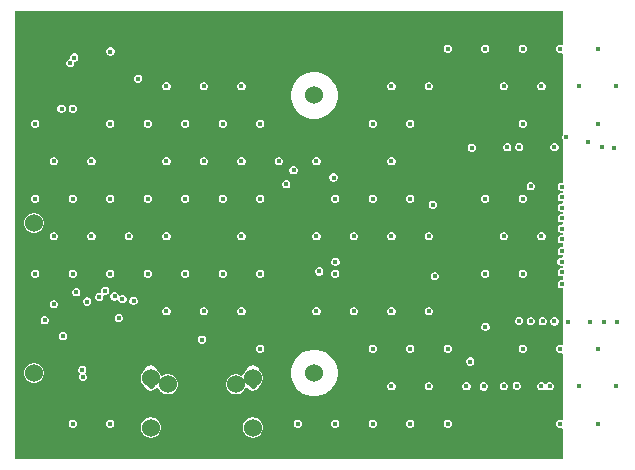
<source format=gbr>
%TF.GenerationSoftware,Altium Limited,Altium Designer,23.6.0 (18)*%
G04 Layer_Physical_Order=3*
G04 Layer_Color=8323857*
%FSLAX45Y45*%
%MOMM*%
%TF.SameCoordinates,DCE0C1D5-9975-4D98-BEBD-45AE40CD8FD9*%
%TF.FilePolarity,Positive*%
%TF.FileFunction,Copper,L3,Inr,Signal*%
%TF.Part,Single*%
G01*
G75*
%TA.AperFunction,ComponentPad*%
%ADD37C,1.52400*%
%TA.AperFunction,ViaPad*%
%ADD42C,0.45000*%
%TA.AperFunction,NonConductor*%
%ADD43C,0.60960*%
G36*
X7327900Y6073474D02*
X7315200Y6065340D01*
X7309502Y6067700D01*
X7295498D01*
X7282561Y6062341D01*
X7272659Y6052439D01*
X7267300Y6039502D01*
Y6025498D01*
X7272659Y6012561D01*
X7282561Y6002659D01*
X7295498Y5997300D01*
X7309502D01*
X7315200Y5999660D01*
X7327900Y5991526D01*
Y5307880D01*
X7324059Y5304039D01*
X7318700Y5291102D01*
Y5277098D01*
X7324059Y5264161D01*
X7327900Y5260320D01*
Y4914900D01*
Y4903107D01*
X7322202Y4899300D01*
X7308198D01*
X7295261Y4893941D01*
X7285359Y4884039D01*
X7280000Y4871102D01*
Y4857098D01*
X7285359Y4844161D01*
X7295261Y4834259D01*
X7308198Y4828900D01*
X7322202D01*
X7326657Y4825923D01*
Y4821255D01*
X7315190Y4810400D01*
X7308198D01*
X7295261Y4805041D01*
X7285359Y4795139D01*
X7280000Y4782202D01*
Y4768198D01*
X7285359Y4755261D01*
X7295261Y4745359D01*
X7308198Y4740000D01*
X7322202D01*
X7326657Y4737023D01*
Y4732355D01*
X7315190Y4721500D01*
X7308198D01*
X7295261Y4716141D01*
X7285359Y4706239D01*
X7280000Y4693302D01*
Y4679298D01*
X7285359Y4666361D01*
X7295261Y4656459D01*
X7308198Y4651100D01*
X7322202D01*
X7326657Y4648123D01*
Y4643455D01*
X7315190Y4632600D01*
X7308198D01*
X7295261Y4627241D01*
X7285359Y4617339D01*
X7280000Y4604402D01*
Y4590398D01*
X7285359Y4577461D01*
X7295261Y4567559D01*
X7308198Y4562200D01*
X7322202D01*
X7326657Y4559223D01*
Y4554555D01*
X7315190Y4543700D01*
X7308198D01*
X7295261Y4538341D01*
X7285359Y4528439D01*
X7280000Y4515502D01*
Y4501498D01*
X7285359Y4488561D01*
X7295261Y4478659D01*
X7308198Y4473300D01*
X7322202D01*
X7326657Y4470323D01*
Y4465655D01*
X7315190Y4454800D01*
X7308198D01*
X7295261Y4449441D01*
X7285359Y4439539D01*
X7280000Y4426602D01*
Y4412598D01*
X7285359Y4399661D01*
X7295261Y4389759D01*
X7308198Y4384400D01*
X7322202D01*
X7327900Y4380593D01*
Y4357007D01*
X7322202Y4353200D01*
X7308198D01*
X7295261Y4347841D01*
X7285359Y4337939D01*
X7280000Y4325002D01*
Y4310998D01*
X7285359Y4298061D01*
X7295261Y4288159D01*
X7308198Y4282800D01*
X7322202D01*
X7325792Y4280401D01*
Y4275204D01*
X7314356Y4264396D01*
X7307219D01*
X7294282Y4259037D01*
X7284380Y4249135D01*
X7279021Y4236198D01*
Y4222194D01*
X7284380Y4209257D01*
X7294282Y4199355D01*
X7307219Y4193996D01*
X7321223D01*
X7326013Y4190795D01*
Y4186521D01*
X7314368Y4175400D01*
X7308198D01*
X7295261Y4170041D01*
X7285359Y4160139D01*
X7280000Y4147202D01*
Y4133198D01*
X7285359Y4120261D01*
X7295261Y4110359D01*
X7308198Y4105000D01*
X7322202D01*
X7327900Y4101193D01*
Y4077607D01*
X7322202Y4073800D01*
X7308198D01*
X7295261Y4068441D01*
X7285359Y4058539D01*
X7280000Y4045602D01*
Y4031598D01*
X7285359Y4018661D01*
X7295261Y4008759D01*
X7308198Y4003400D01*
X7322202D01*
X7327900Y3999593D01*
Y3533474D01*
X7315200Y3525340D01*
X7309502Y3527700D01*
X7295498D01*
X7282561Y3522341D01*
X7272659Y3512439D01*
X7267300Y3499502D01*
Y3485498D01*
X7272659Y3472561D01*
X7282561Y3462659D01*
X7295498Y3457300D01*
X7309502D01*
X7315200Y3459660D01*
X7327900Y3451526D01*
Y2898474D01*
X7315200Y2890340D01*
X7309502Y2892700D01*
X7295498D01*
X7282561Y2887341D01*
X7272659Y2877439D01*
X7267300Y2864502D01*
Y2850498D01*
X7272659Y2837561D01*
X7282561Y2827659D01*
X7295498Y2822300D01*
X7309502D01*
X7315200Y2824660D01*
X7327900Y2816526D01*
Y2560391D01*
X2687391D01*
Y6355009D01*
X7327900D01*
Y6073474D01*
D02*
G37*
%LPC*%
G36*
X6992002Y6067700D02*
X6977998D01*
X6965061Y6062341D01*
X6955159Y6052439D01*
X6949800Y6039502D01*
Y6025498D01*
X6955159Y6012561D01*
X6965061Y6002659D01*
X6977998Y5997300D01*
X6992002D01*
X7004939Y6002659D01*
X7014841Y6012561D01*
X7020200Y6025498D01*
Y6039502D01*
X7014841Y6052439D01*
X7004939Y6062341D01*
X6992002Y6067700D01*
D02*
G37*
G36*
X6674502D02*
X6660498D01*
X6647561Y6062341D01*
X6637659Y6052439D01*
X6632300Y6039502D01*
Y6025498D01*
X6637659Y6012561D01*
X6647561Y6002659D01*
X6660498Y5997300D01*
X6674502D01*
X6687439Y6002659D01*
X6697341Y6012561D01*
X6702700Y6025498D01*
Y6039502D01*
X6697341Y6052439D01*
X6687439Y6062341D01*
X6674502Y6067700D01*
D02*
G37*
G36*
X6357002D02*
X6342998D01*
X6330061Y6062341D01*
X6320159Y6052439D01*
X6314800Y6039502D01*
Y6025498D01*
X6320159Y6012561D01*
X6330061Y6002659D01*
X6342998Y5997300D01*
X6357002D01*
X6369939Y6002659D01*
X6379841Y6012561D01*
X6385200Y6025498D01*
Y6039502D01*
X6379841Y6052439D01*
X6369939Y6062341D01*
X6357002Y6067700D01*
D02*
G37*
G36*
X3501132Y6043210D02*
X3487128D01*
X3474191Y6037851D01*
X3464289Y6027949D01*
X3458930Y6015012D01*
Y6001008D01*
X3464289Y5988071D01*
X3474191Y5978169D01*
X3487128Y5972810D01*
X3501132D01*
X3514069Y5978169D01*
X3523971Y5988071D01*
X3529330Y6001008D01*
Y6015012D01*
X3523971Y6027949D01*
X3514069Y6037851D01*
X3501132Y6043210D01*
D02*
G37*
G36*
X3194702Y5991971D02*
X3180698D01*
X3167761Y5986612D01*
X3157859Y5976710D01*
X3152500Y5963773D01*
Y5949770D01*
X3149728Y5945621D01*
X3146334D01*
X3133397Y5940262D01*
X3123495Y5930360D01*
X3118136Y5917423D01*
Y5903419D01*
X3123495Y5890482D01*
X3133397Y5880580D01*
X3146334Y5875221D01*
X3160337D01*
X3173275Y5880580D01*
X3183177Y5890482D01*
X3188535Y5903419D01*
Y5917422D01*
X3191308Y5921572D01*
X3194702D01*
X3207639Y5926930D01*
X3217541Y5936832D01*
X3222900Y5949770D01*
Y5963773D01*
X3217541Y5976710D01*
X3207639Y5986612D01*
X3194702Y5991971D01*
D02*
G37*
G36*
X3735722Y5813700D02*
X3721718D01*
X3708781Y5808341D01*
X3698879Y5798439D01*
X3693520Y5785502D01*
Y5771498D01*
X3698879Y5758561D01*
X3708781Y5748659D01*
X3721718Y5743300D01*
X3735722D01*
X3748659Y5748659D01*
X3758561Y5758561D01*
X3763920Y5771498D01*
Y5785502D01*
X3758561Y5798439D01*
X3748659Y5808341D01*
X3735722Y5813700D01*
D02*
G37*
G36*
X7150752Y5750200D02*
X7136748D01*
X7123811Y5744841D01*
X7113909Y5734939D01*
X7108550Y5722002D01*
Y5707998D01*
X7113909Y5695061D01*
X7123811Y5685159D01*
X7136748Y5679800D01*
X7150752D01*
X7163689Y5685159D01*
X7173591Y5695061D01*
X7178950Y5707998D01*
Y5722002D01*
X7173591Y5734939D01*
X7163689Y5744841D01*
X7150752Y5750200D01*
D02*
G37*
G36*
X6833252D02*
X6819248D01*
X6806311Y5744841D01*
X6796409Y5734939D01*
X6791050Y5722002D01*
Y5707998D01*
X6796409Y5695061D01*
X6806311Y5685159D01*
X6819248Y5679800D01*
X6833252D01*
X6846189Y5685159D01*
X6856091Y5695061D01*
X6861450Y5707998D01*
Y5722002D01*
X6856091Y5734939D01*
X6846189Y5744841D01*
X6833252Y5750200D01*
D02*
G37*
G36*
X6198252D02*
X6184248D01*
X6171311Y5744841D01*
X6161409Y5734939D01*
X6156050Y5722002D01*
Y5707998D01*
X6161409Y5695061D01*
X6171311Y5685159D01*
X6184248Y5679800D01*
X6198252D01*
X6211189Y5685159D01*
X6221091Y5695061D01*
X6226450Y5707998D01*
Y5722002D01*
X6221091Y5734939D01*
X6211189Y5744841D01*
X6198252Y5750200D01*
D02*
G37*
G36*
X5880752D02*
X5866748D01*
X5853811Y5744841D01*
X5843909Y5734939D01*
X5838550Y5722002D01*
Y5707998D01*
X5843909Y5695061D01*
X5853811Y5685159D01*
X5866748Y5679800D01*
X5880752D01*
X5893689Y5685159D01*
X5903591Y5695061D01*
X5908950Y5707998D01*
Y5722002D01*
X5903591Y5734939D01*
X5893689Y5744841D01*
X5880752Y5750200D01*
D02*
G37*
G36*
X4610752D02*
X4596748D01*
X4583811Y5744841D01*
X4573909Y5734939D01*
X4568550Y5722002D01*
Y5707998D01*
X4573909Y5695061D01*
X4583811Y5685159D01*
X4596748Y5679800D01*
X4610752D01*
X4623689Y5685159D01*
X4633591Y5695061D01*
X4638950Y5707998D01*
Y5722002D01*
X4633591Y5734939D01*
X4623689Y5744841D01*
X4610752Y5750200D01*
D02*
G37*
G36*
X4293252D02*
X4279248D01*
X4266311Y5744841D01*
X4256409Y5734939D01*
X4251050Y5722002D01*
Y5707998D01*
X4256409Y5695061D01*
X4266311Y5685159D01*
X4279248Y5679800D01*
X4293252D01*
X4306189Y5685159D01*
X4316091Y5695061D01*
X4321450Y5707998D01*
Y5722002D01*
X4316091Y5734939D01*
X4306189Y5744841D01*
X4293252Y5750200D01*
D02*
G37*
G36*
X3975752D02*
X3961748D01*
X3948811Y5744841D01*
X3938909Y5734939D01*
X3933550Y5722002D01*
Y5707998D01*
X3938909Y5695061D01*
X3948811Y5685159D01*
X3961748Y5679800D01*
X3975752D01*
X3988689Y5685159D01*
X3998591Y5695061D01*
X4003950Y5707998D01*
Y5722002D01*
X3998591Y5734939D01*
X3988689Y5744841D01*
X3975752Y5750200D01*
D02*
G37*
G36*
X3182002Y5559700D02*
X3167998D01*
X3155061Y5554341D01*
X3145159Y5544439D01*
X3139800Y5531502D01*
Y5517498D01*
X3145159Y5504561D01*
X3155061Y5494659D01*
X3167998Y5489300D01*
X3182002D01*
X3194939Y5494659D01*
X3204841Y5504561D01*
X3210200Y5517498D01*
Y5531502D01*
X3204841Y5544439D01*
X3194939Y5554341D01*
X3182002Y5559700D01*
D02*
G37*
G36*
X3088022D02*
X3074018D01*
X3061081Y5554341D01*
X3051179Y5544439D01*
X3045820Y5531502D01*
Y5517498D01*
X3051179Y5504561D01*
X3061081Y5494659D01*
X3074018Y5489300D01*
X3088022D01*
X3100959Y5494659D01*
X3110861Y5504561D01*
X3116220Y5517498D01*
Y5531502D01*
X3110861Y5544439D01*
X3100959Y5554341D01*
X3088022Y5559700D01*
D02*
G37*
G36*
X5239174Y5833980D02*
X5200226D01*
X5162027Y5826382D01*
X5126045Y5811477D01*
X5093661Y5789839D01*
X5066121Y5762299D01*
X5044483Y5729915D01*
X5029578Y5693933D01*
X5021980Y5655734D01*
Y5616786D01*
X5029578Y5578587D01*
X5044483Y5542605D01*
X5066121Y5510221D01*
X5093661Y5482681D01*
X5126045Y5461043D01*
X5162027Y5446138D01*
X5200226Y5438540D01*
X5239174D01*
X5277373Y5446138D01*
X5313355Y5461043D01*
X5345739Y5482681D01*
X5373279Y5510221D01*
X5394917Y5542605D01*
X5409822Y5578587D01*
X5417420Y5616786D01*
Y5655734D01*
X5409822Y5693933D01*
X5394917Y5729915D01*
X5373279Y5762299D01*
X5345739Y5789839D01*
X5313355Y5811477D01*
X5277373Y5826382D01*
X5239174Y5833980D01*
D02*
G37*
G36*
X6992002Y5432700D02*
X6977998D01*
X6965061Y5427341D01*
X6955159Y5417439D01*
X6949800Y5404502D01*
Y5390498D01*
X6955159Y5377561D01*
X6965061Y5367659D01*
X6977998Y5362300D01*
X6992002D01*
X7004939Y5367659D01*
X7014841Y5377561D01*
X7020200Y5390498D01*
Y5404502D01*
X7014841Y5417439D01*
X7004939Y5427341D01*
X6992002Y5432700D01*
D02*
G37*
G36*
X6039502D02*
X6025498D01*
X6012561Y5427341D01*
X6002659Y5417439D01*
X5997300Y5404502D01*
Y5390498D01*
X6002659Y5377561D01*
X6012561Y5367659D01*
X6025498Y5362300D01*
X6039502D01*
X6052439Y5367659D01*
X6062341Y5377561D01*
X6067700Y5390498D01*
Y5404502D01*
X6062341Y5417439D01*
X6052439Y5427341D01*
X6039502Y5432700D01*
D02*
G37*
G36*
X5722002D02*
X5707998D01*
X5695061Y5427341D01*
X5685159Y5417439D01*
X5679800Y5404502D01*
Y5390498D01*
X5685159Y5377561D01*
X5695061Y5367659D01*
X5707998Y5362300D01*
X5722002D01*
X5734939Y5367659D01*
X5744841Y5377561D01*
X5750200Y5390498D01*
Y5404502D01*
X5744841Y5417439D01*
X5734939Y5427341D01*
X5722002Y5432700D01*
D02*
G37*
G36*
X4769502D02*
X4755498D01*
X4742561Y5427341D01*
X4732659Y5417439D01*
X4727300Y5404502D01*
Y5390498D01*
X4732659Y5377561D01*
X4742561Y5367659D01*
X4755498Y5362300D01*
X4769502D01*
X4782439Y5367659D01*
X4792341Y5377561D01*
X4797700Y5390498D01*
Y5404502D01*
X4792341Y5417439D01*
X4782439Y5427341D01*
X4769502Y5432700D01*
D02*
G37*
G36*
X4452002D02*
X4437998D01*
X4425061Y5427341D01*
X4415159Y5417439D01*
X4409800Y5404502D01*
Y5390498D01*
X4415159Y5377561D01*
X4425061Y5367659D01*
X4437998Y5362300D01*
X4452002D01*
X4464939Y5367659D01*
X4474841Y5377561D01*
X4480200Y5390498D01*
Y5404502D01*
X4474841Y5417439D01*
X4464939Y5427341D01*
X4452002Y5432700D01*
D02*
G37*
G36*
X4134502D02*
X4120498D01*
X4107561Y5427341D01*
X4097659Y5417439D01*
X4092300Y5404502D01*
Y5390498D01*
X4097659Y5377561D01*
X4107561Y5367659D01*
X4120498Y5362300D01*
X4134502D01*
X4147439Y5367659D01*
X4157341Y5377561D01*
X4162700Y5390498D01*
Y5404502D01*
X4157341Y5417439D01*
X4147439Y5427341D01*
X4134502Y5432700D01*
D02*
G37*
G36*
X3817002D02*
X3802998D01*
X3790061Y5427341D01*
X3780159Y5417439D01*
X3774800Y5404502D01*
Y5390498D01*
X3780159Y5377561D01*
X3790061Y5367659D01*
X3802998Y5362300D01*
X3817002D01*
X3829939Y5367659D01*
X3839841Y5377561D01*
X3845200Y5390498D01*
Y5404502D01*
X3839841Y5417439D01*
X3829939Y5427341D01*
X3817002Y5432700D01*
D02*
G37*
G36*
X3499502D02*
X3485498D01*
X3472561Y5427341D01*
X3462659Y5417439D01*
X3457300Y5404502D01*
Y5390498D01*
X3462659Y5377561D01*
X3472561Y5367659D01*
X3485498Y5362300D01*
X3499502D01*
X3512439Y5367659D01*
X3522341Y5377561D01*
X3527700Y5390498D01*
Y5404502D01*
X3522341Y5417439D01*
X3512439Y5427341D01*
X3499502Y5432700D01*
D02*
G37*
G36*
X2864502D02*
X2850498D01*
X2837561Y5427341D01*
X2827659Y5417439D01*
X2822300Y5404502D01*
Y5390498D01*
X2827659Y5377561D01*
X2837561Y5367659D01*
X2850498Y5362300D01*
X2864502D01*
X2877439Y5367659D01*
X2887341Y5377561D01*
X2892700Y5390498D01*
Y5404502D01*
X2887341Y5417439D01*
X2877439Y5427341D01*
X2864502Y5432700D01*
D02*
G37*
G36*
X6960902Y5235200D02*
X6946898D01*
X6933961Y5229841D01*
X6924059Y5219939D01*
X6918700Y5207002D01*
Y5192998D01*
X6924059Y5180061D01*
X6933961Y5170159D01*
X6946898Y5164800D01*
X6960902D01*
X6973839Y5170159D01*
X6983741Y5180061D01*
X6989100Y5192998D01*
Y5207002D01*
X6983741Y5219939D01*
X6973839Y5229841D01*
X6960902Y5235200D01*
D02*
G37*
G36*
X7260902Y5234800D02*
X7246898D01*
X7233961Y5229441D01*
X7224059Y5219539D01*
X7218700Y5206602D01*
Y5192598D01*
X7224059Y5179661D01*
X7233961Y5169759D01*
X7246898Y5164400D01*
X7260902D01*
X7273839Y5169759D01*
X7283741Y5179661D01*
X7289100Y5192598D01*
Y5206602D01*
X7283741Y5219539D01*
X7273839Y5229441D01*
X7260902Y5234800D01*
D02*
G37*
G36*
X6860902Y5233600D02*
X6846898D01*
X6833961Y5228241D01*
X6824059Y5218339D01*
X6818700Y5205402D01*
Y5191398D01*
X6824059Y5178461D01*
X6833961Y5168559D01*
X6846898Y5163200D01*
X6860902D01*
X6873839Y5168559D01*
X6883741Y5178461D01*
X6889100Y5191398D01*
Y5205402D01*
X6883741Y5218339D01*
X6873839Y5228241D01*
X6860902Y5233600D01*
D02*
G37*
G36*
X6560902Y5228800D02*
X6546898D01*
X6533961Y5223441D01*
X6524059Y5213539D01*
X6518700Y5200602D01*
Y5186598D01*
X6524059Y5173661D01*
X6533961Y5163759D01*
X6546898Y5158400D01*
X6560902D01*
X6573839Y5163759D01*
X6583741Y5173661D01*
X6589100Y5186598D01*
Y5200602D01*
X6583741Y5213539D01*
X6573839Y5223441D01*
X6560902Y5228800D01*
D02*
G37*
G36*
X5880752Y5115200D02*
X5866748D01*
X5853811Y5109841D01*
X5843909Y5099939D01*
X5838550Y5087002D01*
Y5072998D01*
X5843909Y5060061D01*
X5853811Y5050159D01*
X5866748Y5044800D01*
X5880752D01*
X5893689Y5050159D01*
X5903591Y5060061D01*
X5908950Y5072998D01*
Y5087002D01*
X5903591Y5099939D01*
X5893689Y5109841D01*
X5880752Y5115200D01*
D02*
G37*
G36*
X5245752D02*
X5231748D01*
X5218811Y5109841D01*
X5208909Y5099939D01*
X5203550Y5087002D01*
Y5072998D01*
X5208909Y5060061D01*
X5218811Y5050159D01*
X5231748Y5044800D01*
X5245752D01*
X5258689Y5050159D01*
X5268591Y5060061D01*
X5273950Y5072998D01*
Y5087002D01*
X5268591Y5099939D01*
X5258689Y5109841D01*
X5245752Y5115200D01*
D02*
G37*
G36*
X4928252D02*
X4914248D01*
X4901311Y5109841D01*
X4891409Y5099939D01*
X4886050Y5087002D01*
Y5072998D01*
X4891409Y5060061D01*
X4901311Y5050159D01*
X4914248Y5044800D01*
X4928252D01*
X4941189Y5050159D01*
X4951091Y5060061D01*
X4956450Y5072998D01*
Y5087002D01*
X4951091Y5099939D01*
X4941189Y5109841D01*
X4928252Y5115200D01*
D02*
G37*
G36*
X4610752D02*
X4596748D01*
X4583811Y5109841D01*
X4573909Y5099939D01*
X4568550Y5087002D01*
Y5072998D01*
X4573909Y5060061D01*
X4583811Y5050159D01*
X4596748Y5044800D01*
X4610752D01*
X4623689Y5050159D01*
X4633591Y5060061D01*
X4638950Y5072998D01*
Y5087002D01*
X4633591Y5099939D01*
X4623689Y5109841D01*
X4610752Y5115200D01*
D02*
G37*
G36*
X4293252D02*
X4279248D01*
X4266311Y5109841D01*
X4256409Y5099939D01*
X4251050Y5087002D01*
Y5072998D01*
X4256409Y5060061D01*
X4266311Y5050159D01*
X4279248Y5044800D01*
X4293252D01*
X4306189Y5050159D01*
X4316091Y5060061D01*
X4321450Y5072998D01*
Y5087002D01*
X4316091Y5099939D01*
X4306189Y5109841D01*
X4293252Y5115200D01*
D02*
G37*
G36*
X3975752D02*
X3961748D01*
X3948811Y5109841D01*
X3938909Y5099939D01*
X3933550Y5087002D01*
Y5072998D01*
X3938909Y5060061D01*
X3948811Y5050159D01*
X3961748Y5044800D01*
X3975752D01*
X3988689Y5050159D01*
X3998591Y5060061D01*
X4003950Y5072998D01*
Y5087002D01*
X3998591Y5099939D01*
X3988689Y5109841D01*
X3975752Y5115200D01*
D02*
G37*
G36*
X3340752D02*
X3326748D01*
X3313811Y5109841D01*
X3303909Y5099939D01*
X3298550Y5087002D01*
Y5072998D01*
X3303909Y5060061D01*
X3313811Y5050159D01*
X3326748Y5044800D01*
X3340752D01*
X3353689Y5050159D01*
X3363591Y5060061D01*
X3368950Y5072998D01*
Y5087002D01*
X3363591Y5099939D01*
X3353689Y5109841D01*
X3340752Y5115200D01*
D02*
G37*
G36*
X3023252D02*
X3009248D01*
X2996311Y5109841D01*
X2986409Y5099939D01*
X2981050Y5087002D01*
Y5072998D01*
X2986409Y5060061D01*
X2996311Y5050159D01*
X3009248Y5044800D01*
X3023252D01*
X3036189Y5050159D01*
X3046091Y5060061D01*
X3051450Y5072998D01*
Y5087002D01*
X3046091Y5099939D01*
X3036189Y5109841D01*
X3023252Y5115200D01*
D02*
G37*
G36*
X5051442Y5037860D02*
X5037438D01*
X5024501Y5032501D01*
X5014599Y5022599D01*
X5009240Y5009662D01*
Y4995658D01*
X5014599Y4982721D01*
X5024501Y4972819D01*
X5037438Y4967460D01*
X5051442D01*
X5064379Y4972819D01*
X5074281Y4982721D01*
X5079640Y4995658D01*
Y5009662D01*
X5074281Y5022599D01*
X5064379Y5032501D01*
X5051442Y5037860D01*
D02*
G37*
G36*
X5390302Y4977000D02*
X5376298D01*
X5363361Y4971641D01*
X5353459Y4961739D01*
X5348100Y4948802D01*
Y4934798D01*
X5353459Y4921861D01*
X5363361Y4911959D01*
X5376298Y4906600D01*
X5390302D01*
X5403239Y4911959D01*
X5413141Y4921861D01*
X5418500Y4934798D01*
Y4948802D01*
X5413141Y4961739D01*
X5403239Y4971641D01*
X5390302Y4977000D01*
D02*
G37*
G36*
X4990482Y4919620D02*
X4976478D01*
X4963541Y4914261D01*
X4953639Y4904359D01*
X4948280Y4891422D01*
Y4877418D01*
X4953639Y4864481D01*
X4963541Y4854579D01*
X4976478Y4849220D01*
X4990482D01*
X5003419Y4854579D01*
X5013321Y4864481D01*
X5018680Y4877418D01*
Y4891422D01*
X5013321Y4904359D01*
X5003419Y4914261D01*
X4990482Y4919620D01*
D02*
G37*
G36*
X7060582Y4902390D02*
X7046578D01*
X7033641Y4897031D01*
X7023739Y4887129D01*
X7018380Y4874192D01*
Y4860188D01*
X7023739Y4847251D01*
X7033641Y4837349D01*
X7046578Y4831990D01*
X7060582D01*
X7073519Y4837349D01*
X7083421Y4847251D01*
X7088780Y4860188D01*
Y4874192D01*
X7083421Y4887129D01*
X7073519Y4897031D01*
X7060582Y4902390D01*
D02*
G37*
G36*
X6992002Y4797700D02*
X6977998D01*
X6965061Y4792341D01*
X6955159Y4782439D01*
X6949800Y4769502D01*
Y4755498D01*
X6955159Y4742561D01*
X6965061Y4732659D01*
X6977998Y4727300D01*
X6992002D01*
X7004939Y4732659D01*
X7014841Y4742561D01*
X7020200Y4755498D01*
Y4769502D01*
X7014841Y4782439D01*
X7004939Y4792341D01*
X6992002Y4797700D01*
D02*
G37*
G36*
X6674502D02*
X6660498D01*
X6647561Y4792341D01*
X6637659Y4782439D01*
X6632300Y4769502D01*
Y4755498D01*
X6637659Y4742561D01*
X6647561Y4732659D01*
X6660498Y4727300D01*
X6674502D01*
X6687439Y4732659D01*
X6697341Y4742561D01*
X6702700Y4755498D01*
Y4769502D01*
X6697341Y4782439D01*
X6687439Y4792341D01*
X6674502Y4797700D01*
D02*
G37*
G36*
X6039502D02*
X6025498D01*
X6012561Y4792341D01*
X6002659Y4782439D01*
X5997300Y4769502D01*
Y4755498D01*
X6002659Y4742561D01*
X6012561Y4732659D01*
X6025498Y4727300D01*
X6039502D01*
X6052439Y4732659D01*
X6062341Y4742561D01*
X6067700Y4755498D01*
Y4769502D01*
X6062341Y4782439D01*
X6052439Y4792341D01*
X6039502Y4797700D01*
D02*
G37*
G36*
X5722002D02*
X5707998D01*
X5695061Y4792341D01*
X5685159Y4782439D01*
X5679800Y4769502D01*
Y4755498D01*
X5685159Y4742561D01*
X5695061Y4732659D01*
X5707998Y4727300D01*
X5722002D01*
X5734939Y4732659D01*
X5744841Y4742561D01*
X5750200Y4755498D01*
Y4769502D01*
X5744841Y4782439D01*
X5734939Y4792341D01*
X5722002Y4797700D01*
D02*
G37*
G36*
X5404502D02*
X5390498D01*
X5377561Y4792341D01*
X5367659Y4782439D01*
X5362300Y4769502D01*
Y4755498D01*
X5367659Y4742561D01*
X5377561Y4732659D01*
X5390498Y4727300D01*
X5404502D01*
X5417439Y4732659D01*
X5427341Y4742561D01*
X5432700Y4755498D01*
Y4769502D01*
X5427341Y4782439D01*
X5417439Y4792341D01*
X5404502Y4797700D01*
D02*
G37*
G36*
X4769502D02*
X4755498D01*
X4742561Y4792341D01*
X4732659Y4782439D01*
X4727300Y4769502D01*
Y4755498D01*
X4732659Y4742561D01*
X4742561Y4732659D01*
X4755498Y4727300D01*
X4769502D01*
X4782439Y4732659D01*
X4792341Y4742561D01*
X4797700Y4755498D01*
Y4769502D01*
X4792341Y4782439D01*
X4782439Y4792341D01*
X4769502Y4797700D01*
D02*
G37*
G36*
X4452002D02*
X4437998D01*
X4425061Y4792341D01*
X4415159Y4782439D01*
X4409800Y4769502D01*
Y4755498D01*
X4415159Y4742561D01*
X4425061Y4732659D01*
X4437998Y4727300D01*
X4452002D01*
X4464939Y4732659D01*
X4474841Y4742561D01*
X4480200Y4755498D01*
Y4769502D01*
X4474841Y4782439D01*
X4464939Y4792341D01*
X4452002Y4797700D01*
D02*
G37*
G36*
X4134502D02*
X4120498D01*
X4107561Y4792341D01*
X4097659Y4782439D01*
X4092300Y4769502D01*
Y4755498D01*
X4097659Y4742561D01*
X4107561Y4732659D01*
X4120498Y4727300D01*
X4134502D01*
X4147439Y4732659D01*
X4157341Y4742561D01*
X4162700Y4755498D01*
Y4769502D01*
X4157341Y4782439D01*
X4147439Y4792341D01*
X4134502Y4797700D01*
D02*
G37*
G36*
X3817002D02*
X3802998D01*
X3790061Y4792341D01*
X3780159Y4782439D01*
X3774800Y4769502D01*
Y4755498D01*
X3780159Y4742561D01*
X3790061Y4732659D01*
X3802998Y4727300D01*
X3817002D01*
X3829939Y4732659D01*
X3839841Y4742561D01*
X3845200Y4755498D01*
Y4769502D01*
X3839841Y4782439D01*
X3829939Y4792341D01*
X3817002Y4797700D01*
D02*
G37*
G36*
X3499502D02*
X3485498D01*
X3472561Y4792341D01*
X3462659Y4782439D01*
X3457300Y4769502D01*
Y4755498D01*
X3462659Y4742561D01*
X3472561Y4732659D01*
X3485498Y4727300D01*
X3499502D01*
X3512439Y4732659D01*
X3522341Y4742561D01*
X3527700Y4755498D01*
Y4769502D01*
X3522341Y4782439D01*
X3512439Y4792341D01*
X3499502Y4797700D01*
D02*
G37*
G36*
X3182002D02*
X3167998D01*
X3155061Y4792341D01*
X3145159Y4782439D01*
X3139800Y4769502D01*
Y4755498D01*
X3145159Y4742561D01*
X3155061Y4732659D01*
X3167998Y4727300D01*
X3182002D01*
X3194939Y4732659D01*
X3204841Y4742561D01*
X3210200Y4755498D01*
Y4769502D01*
X3204841Y4782439D01*
X3194939Y4792341D01*
X3182002Y4797700D01*
D02*
G37*
G36*
X2864502D02*
X2850498D01*
X2837561Y4792341D01*
X2827659Y4782439D01*
X2822300Y4769502D01*
Y4755498D01*
X2827659Y4742561D01*
X2837561Y4732659D01*
X2850498Y4727300D01*
X2864502D01*
X2877439Y4732659D01*
X2887341Y4742561D01*
X2892700Y4755498D01*
Y4769502D01*
X2887341Y4782439D01*
X2877439Y4792341D01*
X2864502Y4797700D01*
D02*
G37*
G36*
X6230002Y4746900D02*
X6215998D01*
X6203061Y4741541D01*
X6193159Y4731639D01*
X6187800Y4718702D01*
Y4704698D01*
X6193159Y4691761D01*
X6203061Y4681859D01*
X6215998Y4676500D01*
X6230002D01*
X6242939Y4681859D01*
X6252841Y4691761D01*
X6258200Y4704698D01*
Y4718702D01*
X6252841Y4731639D01*
X6242939Y4741541D01*
X6230002Y4746900D01*
D02*
G37*
G36*
X2858542Y4641850D02*
X2836138D01*
X2814497Y4636051D01*
X2795093Y4624849D01*
X2779251Y4609007D01*
X2768049Y4589603D01*
X2762250Y4567962D01*
Y4545558D01*
X2768049Y4523917D01*
X2779251Y4504513D01*
X2795093Y4488671D01*
X2814497Y4477469D01*
X2836138Y4471670D01*
X2858542D01*
X2880183Y4477469D01*
X2899587Y4488671D01*
X2915429Y4504513D01*
X2926631Y4523917D01*
X2932430Y4545558D01*
Y4567962D01*
X2926631Y4589603D01*
X2915429Y4609007D01*
X2899587Y4624849D01*
X2880183Y4636051D01*
X2858542Y4641850D01*
D02*
G37*
G36*
X7150752Y4480200D02*
X7136748D01*
X7123811Y4474841D01*
X7113909Y4464939D01*
X7108550Y4452002D01*
Y4437998D01*
X7113909Y4425061D01*
X7123811Y4415159D01*
X7136748Y4409800D01*
X7150752D01*
X7163689Y4415159D01*
X7173591Y4425061D01*
X7178950Y4437998D01*
Y4452002D01*
X7173591Y4464939D01*
X7163689Y4474841D01*
X7150752Y4480200D01*
D02*
G37*
G36*
X6833252D02*
X6819248D01*
X6806311Y4474841D01*
X6796409Y4464939D01*
X6791050Y4452002D01*
Y4437998D01*
X6796409Y4425061D01*
X6806311Y4415159D01*
X6819248Y4409800D01*
X6833252D01*
X6846189Y4415159D01*
X6856091Y4425061D01*
X6861450Y4437998D01*
Y4452002D01*
X6856091Y4464939D01*
X6846189Y4474841D01*
X6833252Y4480200D01*
D02*
G37*
G36*
X6198252D02*
X6184248D01*
X6171311Y4474841D01*
X6161409Y4464939D01*
X6156050Y4452002D01*
Y4437998D01*
X6161409Y4425061D01*
X6171311Y4415159D01*
X6184248Y4409800D01*
X6198252D01*
X6211189Y4415159D01*
X6221091Y4425061D01*
X6226450Y4437998D01*
Y4452002D01*
X6221091Y4464939D01*
X6211189Y4474841D01*
X6198252Y4480200D01*
D02*
G37*
G36*
X5880752D02*
X5866748D01*
X5853811Y4474841D01*
X5843909Y4464939D01*
X5838550Y4452002D01*
Y4437998D01*
X5843909Y4425061D01*
X5853811Y4415159D01*
X5866748Y4409800D01*
X5880752D01*
X5893689Y4415159D01*
X5903591Y4425061D01*
X5908950Y4437998D01*
Y4452002D01*
X5903591Y4464939D01*
X5893689Y4474841D01*
X5880752Y4480200D01*
D02*
G37*
G36*
X5563252D02*
X5549248D01*
X5536311Y4474841D01*
X5526409Y4464939D01*
X5521050Y4452002D01*
Y4437998D01*
X5526409Y4425061D01*
X5536311Y4415159D01*
X5549248Y4409800D01*
X5563252D01*
X5576189Y4415159D01*
X5586091Y4425061D01*
X5591450Y4437998D01*
Y4452002D01*
X5586091Y4464939D01*
X5576189Y4474841D01*
X5563252Y4480200D01*
D02*
G37*
G36*
X5245752D02*
X5231748D01*
X5218811Y4474841D01*
X5208909Y4464939D01*
X5203550Y4452002D01*
Y4437998D01*
X5208909Y4425061D01*
X5218811Y4415159D01*
X5231748Y4409800D01*
X5245752D01*
X5258689Y4415159D01*
X5268591Y4425061D01*
X5273950Y4437998D01*
Y4452002D01*
X5268591Y4464939D01*
X5258689Y4474841D01*
X5245752Y4480200D01*
D02*
G37*
G36*
X4610752D02*
X4596748D01*
X4583811Y4474841D01*
X4573909Y4464939D01*
X4568550Y4452002D01*
Y4437998D01*
X4573909Y4425061D01*
X4583811Y4415159D01*
X4596748Y4409800D01*
X4610752D01*
X4623689Y4415159D01*
X4633591Y4425061D01*
X4638950Y4437998D01*
Y4452002D01*
X4633591Y4464939D01*
X4623689Y4474841D01*
X4610752Y4480200D01*
D02*
G37*
G36*
X3975752D02*
X3961748D01*
X3948811Y4474841D01*
X3938909Y4464939D01*
X3933550Y4452002D01*
Y4437998D01*
X3938909Y4425061D01*
X3948811Y4415159D01*
X3961748Y4409800D01*
X3975752D01*
X3988689Y4415159D01*
X3998591Y4425061D01*
X4003950Y4437998D01*
Y4452002D01*
X3998591Y4464939D01*
X3988689Y4474841D01*
X3975752Y4480200D01*
D02*
G37*
G36*
X3658252D02*
X3644248D01*
X3631311Y4474841D01*
X3621409Y4464939D01*
X3616050Y4452002D01*
Y4437998D01*
X3621409Y4425061D01*
X3631311Y4415159D01*
X3644248Y4409800D01*
X3658252D01*
X3671189Y4415159D01*
X3681091Y4425061D01*
X3686450Y4437998D01*
Y4452002D01*
X3681091Y4464939D01*
X3671189Y4474841D01*
X3658252Y4480200D01*
D02*
G37*
G36*
X3340752D02*
X3326748D01*
X3313811Y4474841D01*
X3303909Y4464939D01*
X3298550Y4452002D01*
Y4437998D01*
X3303909Y4425061D01*
X3313811Y4415159D01*
X3326748Y4409800D01*
X3340752D01*
X3353689Y4415159D01*
X3363591Y4425061D01*
X3368950Y4437998D01*
Y4452002D01*
X3363591Y4464939D01*
X3353689Y4474841D01*
X3340752Y4480200D01*
D02*
G37*
G36*
X3023252D02*
X3009248D01*
X2996311Y4474841D01*
X2986409Y4464939D01*
X2981050Y4452002D01*
Y4437998D01*
X2986409Y4425061D01*
X2996311Y4415159D01*
X3009248Y4409800D01*
X3023252D01*
X3036189Y4415159D01*
X3046091Y4425061D01*
X3051450Y4437998D01*
Y4452002D01*
X3046091Y4464939D01*
X3036189Y4474841D01*
X3023252Y4480200D01*
D02*
G37*
G36*
X5406402Y4262400D02*
X5392398D01*
X5379461Y4257041D01*
X5369559Y4247139D01*
X5364200Y4234202D01*
Y4220198D01*
X5369559Y4207261D01*
X5379461Y4197359D01*
X5392398Y4192000D01*
X5406402D01*
X5419339Y4197359D01*
X5429241Y4207261D01*
X5434600Y4220198D01*
Y4234202D01*
X5429241Y4247139D01*
X5419339Y4257041D01*
X5406402Y4262400D01*
D02*
G37*
G36*
X5269262Y4182400D02*
X5255258D01*
X5242321Y4177041D01*
X5232419Y4167139D01*
X5227060Y4154202D01*
Y4140198D01*
X5232419Y4127261D01*
X5242321Y4117359D01*
X5255258Y4112000D01*
X5269262D01*
X5282199Y4117359D01*
X5292101Y4127261D01*
X5297460Y4140198D01*
Y4154202D01*
X5292101Y4167139D01*
X5282199Y4177041D01*
X5269262Y4182400D01*
D02*
G37*
G36*
X6992002Y4162700D02*
X6977998D01*
X6965061Y4157341D01*
X6955159Y4147439D01*
X6949800Y4134502D01*
Y4120498D01*
X6955159Y4107561D01*
X6965061Y4097659D01*
X6977998Y4092300D01*
X6992002D01*
X7004939Y4097659D01*
X7014841Y4107561D01*
X7020200Y4120498D01*
Y4134502D01*
X7014841Y4147439D01*
X7004939Y4157341D01*
X6992002Y4162700D01*
D02*
G37*
G36*
X6674502D02*
X6660498D01*
X6647561Y4157341D01*
X6637659Y4147439D01*
X6632300Y4134502D01*
Y4120498D01*
X6637659Y4107561D01*
X6647561Y4097659D01*
X6660498Y4092300D01*
X6674502D01*
X6687439Y4097659D01*
X6697341Y4107561D01*
X6702700Y4120498D01*
Y4134502D01*
X6697341Y4147439D01*
X6687439Y4157341D01*
X6674502Y4162700D01*
D02*
G37*
G36*
X5404502D02*
X5390498D01*
X5377561Y4157341D01*
X5367659Y4147439D01*
X5362300Y4134502D01*
Y4120498D01*
X5367659Y4107561D01*
X5377561Y4097659D01*
X5390498Y4092300D01*
X5404502D01*
X5417439Y4097659D01*
X5427341Y4107561D01*
X5432700Y4120498D01*
Y4134502D01*
X5427341Y4147439D01*
X5417439Y4157341D01*
X5404502Y4162700D01*
D02*
G37*
G36*
X4769502D02*
X4755498D01*
X4742561Y4157341D01*
X4732659Y4147439D01*
X4727300Y4134502D01*
Y4120498D01*
X4732659Y4107561D01*
X4742561Y4097659D01*
X4755498Y4092300D01*
X4769502D01*
X4782439Y4097659D01*
X4792341Y4107561D01*
X4797700Y4120498D01*
Y4134502D01*
X4792341Y4147439D01*
X4782439Y4157341D01*
X4769502Y4162700D01*
D02*
G37*
G36*
X4452002D02*
X4437998D01*
X4425061Y4157341D01*
X4415159Y4147439D01*
X4409800Y4134502D01*
Y4120498D01*
X4415159Y4107561D01*
X4425061Y4097659D01*
X4437998Y4092300D01*
X4452002D01*
X4464939Y4097659D01*
X4474841Y4107561D01*
X4480200Y4120498D01*
Y4134502D01*
X4474841Y4147439D01*
X4464939Y4157341D01*
X4452002Y4162700D01*
D02*
G37*
G36*
X4134502D02*
X4120498D01*
X4107561Y4157341D01*
X4097659Y4147439D01*
X4092300Y4134502D01*
Y4120498D01*
X4097659Y4107561D01*
X4107561Y4097659D01*
X4120498Y4092300D01*
X4134502D01*
X4147439Y4097659D01*
X4157341Y4107561D01*
X4162700Y4120498D01*
Y4134502D01*
X4157341Y4147439D01*
X4147439Y4157341D01*
X4134502Y4162700D01*
D02*
G37*
G36*
X3817002D02*
X3802998D01*
X3790061Y4157341D01*
X3780159Y4147439D01*
X3774800Y4134502D01*
Y4120498D01*
X3780159Y4107561D01*
X3790061Y4097659D01*
X3802998Y4092300D01*
X3817002D01*
X3829939Y4097659D01*
X3839841Y4107561D01*
X3845200Y4120498D01*
Y4134502D01*
X3839841Y4147439D01*
X3829939Y4157341D01*
X3817002Y4162700D01*
D02*
G37*
G36*
X3499502D02*
X3485498D01*
X3472561Y4157341D01*
X3462659Y4147439D01*
X3457300Y4134502D01*
Y4120498D01*
X3462659Y4107561D01*
X3472561Y4097659D01*
X3485498Y4092300D01*
X3499502D01*
X3512439Y4097659D01*
X3522341Y4107561D01*
X3527700Y4120498D01*
Y4134502D01*
X3522341Y4147439D01*
X3512439Y4157341D01*
X3499502Y4162700D01*
D02*
G37*
G36*
X3182002D02*
X3167998D01*
X3155061Y4157341D01*
X3145159Y4147439D01*
X3139800Y4134502D01*
Y4120498D01*
X3145159Y4107561D01*
X3155061Y4097659D01*
X3167998Y4092300D01*
X3182002D01*
X3194939Y4097659D01*
X3204841Y4107561D01*
X3210200Y4120498D01*
Y4134502D01*
X3204841Y4147439D01*
X3194939Y4157341D01*
X3182002Y4162700D01*
D02*
G37*
G36*
X2864502D02*
X2850498D01*
X2837561Y4157341D01*
X2827659Y4147439D01*
X2822300Y4134502D01*
Y4120498D01*
X2827659Y4107561D01*
X2837561Y4097659D01*
X2850498Y4092300D01*
X2864502D01*
X2877439Y4097659D01*
X2887341Y4107561D01*
X2892700Y4120498D01*
Y4134502D01*
X2887341Y4147439D01*
X2877439Y4157341D01*
X2864502Y4162700D01*
D02*
G37*
G36*
X6248302Y4142900D02*
X6234298D01*
X6221361Y4137541D01*
X6211459Y4127639D01*
X6206100Y4114702D01*
Y4100698D01*
X6211459Y4087761D01*
X6221361Y4077859D01*
X6234298Y4072500D01*
X6248302D01*
X6261239Y4077859D01*
X6271141Y4087761D01*
X6276500Y4100698D01*
Y4114702D01*
X6271141Y4127639D01*
X6261239Y4137541D01*
X6248302Y4142900D01*
D02*
G37*
G36*
X3211729Y4005917D02*
X3197726D01*
X3184789Y4000558D01*
X3174887Y3990656D01*
X3169528Y3977718D01*
Y3963715D01*
X3174887Y3950778D01*
X3184789Y3940876D01*
X3197726Y3935517D01*
X3211729D01*
X3224667Y3940876D01*
X3234569Y3950778D01*
X3239927Y3963715D01*
Y3977718D01*
X3234569Y3990656D01*
X3224667Y4000558D01*
X3211729Y4005917D01*
D02*
G37*
G36*
X3458109Y4018617D02*
X3444106D01*
X3431169Y4013258D01*
X3421267Y4003356D01*
X3415908Y3990418D01*
Y3976415D01*
X3416385Y3975264D01*
X3407309Y3965277D01*
X3393306D01*
X3380369Y3959918D01*
X3370467Y3950016D01*
X3365108Y3937078D01*
Y3923075D01*
X3370467Y3910138D01*
X3380369Y3900236D01*
X3393306Y3894877D01*
X3407309D01*
X3420247Y3900236D01*
X3430149Y3910138D01*
X3435507Y3923075D01*
Y3937078D01*
X3435031Y3938230D01*
X3444106Y3948217D01*
X3458109D01*
X3471047Y3953576D01*
X3480949Y3963478D01*
X3486307Y3976415D01*
Y3990418D01*
X3480949Y4003356D01*
X3471047Y4013258D01*
X3458109Y4018617D01*
D02*
G37*
G36*
X3536849Y3970357D02*
X3522846D01*
X3509909Y3964998D01*
X3500007Y3955096D01*
X3494648Y3942158D01*
Y3928155D01*
X3500007Y3915218D01*
X3509909Y3905316D01*
X3522846Y3899957D01*
X3536849D01*
X3548244Y3904677D01*
X3551079Y3904817D01*
X3562750Y3900318D01*
X3566047Y3892358D01*
X3575949Y3882456D01*
X3588886Y3877097D01*
X3602889D01*
X3615827Y3882456D01*
X3625729Y3892358D01*
X3631087Y3905295D01*
Y3919298D01*
X3625729Y3932236D01*
X3615827Y3942138D01*
X3602889Y3947497D01*
X3588886D01*
X3577491Y3942777D01*
X3574657Y3942636D01*
X3562986Y3947136D01*
X3559689Y3955096D01*
X3549787Y3964998D01*
X3536849Y3970357D01*
D02*
G37*
G36*
X3696869Y3932257D02*
X3682866D01*
X3669929Y3926898D01*
X3660027Y3916996D01*
X3654668Y3904058D01*
Y3890055D01*
X3660027Y3877118D01*
X3669929Y3867216D01*
X3682866Y3861857D01*
X3696869D01*
X3709807Y3867216D01*
X3719709Y3877118D01*
X3725067Y3890055D01*
Y3904058D01*
X3719709Y3916996D01*
X3709807Y3926898D01*
X3696869Y3932257D01*
D02*
G37*
G36*
X3303169Y3927177D02*
X3289166D01*
X3276229Y3921818D01*
X3266327Y3911916D01*
X3260968Y3898978D01*
Y3884975D01*
X3266327Y3872038D01*
X3276229Y3862136D01*
X3289166Y3856777D01*
X3303169D01*
X3316107Y3862136D01*
X3326009Y3872038D01*
X3331367Y3884975D01*
Y3898978D01*
X3326009Y3911916D01*
X3316107Y3921818D01*
X3303169Y3927177D01*
D02*
G37*
G36*
X3023252Y3903891D02*
X3009248D01*
X2996311Y3898532D01*
X2986409Y3888630D01*
X2981050Y3875693D01*
Y3861689D01*
X2986409Y3848752D01*
X2996311Y3838850D01*
X3009248Y3833491D01*
X3023252D01*
X3036189Y3838850D01*
X3046091Y3848752D01*
X3051450Y3861689D01*
Y3875693D01*
X3046091Y3888630D01*
X3036189Y3898532D01*
X3023252Y3903891D01*
D02*
G37*
G36*
X6198252Y3845200D02*
X6184248D01*
X6171311Y3839841D01*
X6161409Y3829939D01*
X6156050Y3817002D01*
Y3802998D01*
X6161409Y3790061D01*
X6171311Y3780159D01*
X6184248Y3774800D01*
X6198252D01*
X6211189Y3780159D01*
X6221091Y3790061D01*
X6226450Y3802998D01*
Y3817002D01*
X6221091Y3829939D01*
X6211189Y3839841D01*
X6198252Y3845200D01*
D02*
G37*
G36*
X5880752D02*
X5866748D01*
X5853811Y3839841D01*
X5843909Y3829939D01*
X5838550Y3817002D01*
Y3802998D01*
X5843909Y3790061D01*
X5853811Y3780159D01*
X5866748Y3774800D01*
X5880752D01*
X5893689Y3780159D01*
X5903591Y3790061D01*
X5908950Y3802998D01*
Y3817002D01*
X5903591Y3829939D01*
X5893689Y3839841D01*
X5880752Y3845200D01*
D02*
G37*
G36*
X5563252D02*
X5549248D01*
X5536311Y3839841D01*
X5526409Y3829939D01*
X5521050Y3817002D01*
Y3802998D01*
X5526409Y3790061D01*
X5536311Y3780159D01*
X5549248Y3774800D01*
X5563252D01*
X5576189Y3780159D01*
X5586091Y3790061D01*
X5591450Y3802998D01*
Y3817002D01*
X5586091Y3829939D01*
X5576189Y3839841D01*
X5563252Y3845200D01*
D02*
G37*
G36*
X5245752D02*
X5231748D01*
X5218811Y3839841D01*
X5208909Y3829939D01*
X5203550Y3817002D01*
Y3802998D01*
X5208909Y3790061D01*
X5218811Y3780159D01*
X5231748Y3774800D01*
X5245752D01*
X5258689Y3780159D01*
X5268591Y3790061D01*
X5273950Y3802998D01*
Y3817002D01*
X5268591Y3829939D01*
X5258689Y3839841D01*
X5245752Y3845200D01*
D02*
G37*
G36*
X4610752D02*
X4596748D01*
X4583811Y3839841D01*
X4573909Y3829939D01*
X4568550Y3817002D01*
Y3802998D01*
X4573909Y3790061D01*
X4583811Y3780159D01*
X4596748Y3774800D01*
X4610752D01*
X4623689Y3780159D01*
X4633591Y3790061D01*
X4638950Y3802998D01*
Y3817002D01*
X4633591Y3829939D01*
X4623689Y3839841D01*
X4610752Y3845200D01*
D02*
G37*
G36*
X4293252D02*
X4279248D01*
X4266311Y3839841D01*
X4256409Y3829939D01*
X4251050Y3817002D01*
Y3802998D01*
X4256409Y3790061D01*
X4266311Y3780159D01*
X4279248Y3774800D01*
X4293252D01*
X4306189Y3780159D01*
X4316091Y3790061D01*
X4321450Y3802998D01*
Y3817002D01*
X4316091Y3829939D01*
X4306189Y3839841D01*
X4293252Y3845200D01*
D02*
G37*
G36*
X3975752D02*
X3961748D01*
X3948811Y3839841D01*
X3938909Y3829939D01*
X3933550Y3817002D01*
Y3802998D01*
X3938909Y3790061D01*
X3948811Y3780159D01*
X3961748Y3774800D01*
X3975752D01*
X3988689Y3780159D01*
X3998591Y3790061D01*
X4003950Y3802998D01*
Y3817002D01*
X3998591Y3829939D01*
X3988689Y3839841D01*
X3975752Y3845200D01*
D02*
G37*
G36*
X3572883Y3787477D02*
X3558879D01*
X3545942Y3782118D01*
X3536040Y3772216D01*
X3530681Y3759278D01*
Y3745275D01*
X3536040Y3732338D01*
X3545942Y3722436D01*
X3558879Y3717077D01*
X3572883D01*
X3585820Y3722436D01*
X3595722Y3732338D01*
X3601081Y3745275D01*
Y3759278D01*
X3595722Y3772216D01*
X3585820Y3782118D01*
X3572883Y3787477D01*
D02*
G37*
G36*
X2945782Y3769000D02*
X2931778D01*
X2918841Y3763641D01*
X2908939Y3753739D01*
X2903580Y3740802D01*
Y3726798D01*
X2908939Y3713861D01*
X2918841Y3703959D01*
X2931778Y3698600D01*
X2945782D01*
X2958719Y3703959D01*
X2968621Y3713861D01*
X2973980Y3726798D01*
Y3740802D01*
X2968621Y3753739D01*
X2958719Y3763641D01*
X2945782Y3769000D01*
D02*
G37*
G36*
X6960902Y3763300D02*
X6946898D01*
X6933961Y3757941D01*
X6924059Y3748039D01*
X6918700Y3735102D01*
Y3721098D01*
X6924059Y3708161D01*
X6933961Y3698259D01*
X6946898Y3692900D01*
X6960902D01*
X6973839Y3698259D01*
X6983741Y3708161D01*
X6989100Y3721098D01*
Y3735102D01*
X6983741Y3748039D01*
X6973839Y3757941D01*
X6960902Y3763300D01*
D02*
G37*
G36*
X7060902Y3761700D02*
X7046898D01*
X7033961Y3756341D01*
X7024059Y3746439D01*
X7018700Y3733502D01*
Y3719498D01*
X7024059Y3706561D01*
X7033961Y3696659D01*
X7046898Y3691300D01*
X7060902D01*
X7073839Y3696659D01*
X7083741Y3706561D01*
X7089100Y3719498D01*
Y3733502D01*
X7083741Y3746439D01*
X7073839Y3756341D01*
X7060902Y3761700D01*
D02*
G37*
G36*
X7160902Y3760100D02*
X7146898D01*
X7133961Y3754741D01*
X7124059Y3744839D01*
X7118700Y3731902D01*
Y3717898D01*
X7124059Y3704961D01*
X7133961Y3695059D01*
X7146898Y3689700D01*
X7160902D01*
X7173839Y3695059D01*
X7183741Y3704961D01*
X7189100Y3717898D01*
Y3731902D01*
X7183741Y3744839D01*
X7173839Y3754741D01*
X7160902Y3760100D01*
D02*
G37*
G36*
X7260902Y3758500D02*
X7246898D01*
X7233961Y3753141D01*
X7224059Y3743239D01*
X7218700Y3730302D01*
Y3716298D01*
X7224059Y3703361D01*
X7233961Y3693459D01*
X7246898Y3688100D01*
X7260902D01*
X7273839Y3693459D01*
X7283741Y3703361D01*
X7289100Y3716298D01*
Y3730302D01*
X7283741Y3743239D01*
X7273839Y3753141D01*
X7260902Y3758500D01*
D02*
G37*
G36*
X6675931Y3711690D02*
X6661928D01*
X6648991Y3706331D01*
X6639089Y3696429D01*
X6633730Y3683492D01*
Y3669488D01*
X6639089Y3656551D01*
X6648991Y3646649D01*
X6661928Y3641290D01*
X6675931D01*
X6688869Y3646649D01*
X6698770Y3656551D01*
X6704129Y3669488D01*
Y3683492D01*
X6698770Y3696429D01*
X6688869Y3706331D01*
X6675931Y3711690D01*
D02*
G37*
G36*
X3099602Y3635332D02*
X3085598D01*
X3072661Y3629973D01*
X3062759Y3620071D01*
X3057400Y3607134D01*
Y3593131D01*
X3062759Y3580194D01*
X3072661Y3570292D01*
X3085598Y3564933D01*
X3099602D01*
X3112539Y3570292D01*
X3122441Y3580194D01*
X3127800Y3593131D01*
Y3607134D01*
X3122441Y3620071D01*
X3112539Y3629973D01*
X3099602Y3635332D01*
D02*
G37*
G36*
X4276742Y3603900D02*
X4262738D01*
X4249801Y3598541D01*
X4239899Y3588639D01*
X4234540Y3575702D01*
Y3561698D01*
X4239899Y3548761D01*
X4249801Y3538859D01*
X4262738Y3533500D01*
X4276742D01*
X4289679Y3538859D01*
X4299581Y3548761D01*
X4304940Y3561698D01*
Y3575702D01*
X4299581Y3588639D01*
X4289679Y3598541D01*
X4276742Y3603900D01*
D02*
G37*
G36*
X6992002Y3527700D02*
X6977998D01*
X6965061Y3522341D01*
X6955159Y3512439D01*
X6949800Y3499502D01*
Y3485498D01*
X6955159Y3472561D01*
X6965061Y3462659D01*
X6977998Y3457300D01*
X6992002D01*
X7004939Y3462659D01*
X7014841Y3472561D01*
X7020200Y3485498D01*
Y3499502D01*
X7014841Y3512439D01*
X7004939Y3522341D01*
X6992002Y3527700D01*
D02*
G37*
G36*
X6357002D02*
X6342998D01*
X6330061Y3522341D01*
X6320159Y3512439D01*
X6314800Y3499502D01*
Y3485498D01*
X6320159Y3472561D01*
X6330061Y3462659D01*
X6342998Y3457300D01*
X6357002D01*
X6369939Y3462659D01*
X6379841Y3472561D01*
X6385200Y3485498D01*
Y3499502D01*
X6379841Y3512439D01*
X6369939Y3522341D01*
X6357002Y3527700D01*
D02*
G37*
G36*
X6039502D02*
X6025498D01*
X6012561Y3522341D01*
X6002659Y3512439D01*
X5997300Y3499502D01*
Y3485498D01*
X6002659Y3472561D01*
X6012561Y3462659D01*
X6025498Y3457300D01*
X6039502D01*
X6052439Y3462659D01*
X6062341Y3472561D01*
X6067700Y3485498D01*
Y3499502D01*
X6062341Y3512439D01*
X6052439Y3522341D01*
X6039502Y3527700D01*
D02*
G37*
G36*
X5722002D02*
X5707998D01*
X5695061Y3522341D01*
X5685159Y3512439D01*
X5679800Y3499502D01*
Y3485498D01*
X5685159Y3472561D01*
X5695061Y3462659D01*
X5707998Y3457300D01*
X5722002D01*
X5734939Y3462659D01*
X5744841Y3472561D01*
X5750200Y3485498D01*
Y3499502D01*
X5744841Y3512439D01*
X5734939Y3522341D01*
X5722002Y3527700D01*
D02*
G37*
G36*
X4769502D02*
X4755498D01*
X4742561Y3522341D01*
X4732659Y3512439D01*
X4727300Y3499502D01*
Y3485498D01*
X4732659Y3472561D01*
X4742561Y3462659D01*
X4755498Y3457300D01*
X4769502D01*
X4782439Y3462659D01*
X4792341Y3472561D01*
X4797700Y3485498D01*
Y3499502D01*
X4792341Y3512439D01*
X4782439Y3522341D01*
X4769502Y3527700D01*
D02*
G37*
G36*
X6547502Y3418480D02*
X6533498D01*
X6520561Y3413121D01*
X6510659Y3403219D01*
X6505300Y3390282D01*
Y3376278D01*
X6510659Y3363341D01*
X6520561Y3353439D01*
X6533498Y3348080D01*
X6547502D01*
X6560439Y3353439D01*
X6570341Y3363341D01*
X6575700Y3376278D01*
Y3390282D01*
X6570341Y3403219D01*
X6560439Y3413121D01*
X6547502Y3418480D01*
D02*
G37*
G36*
X4699763Y3351877D02*
X4678116Y3347571D01*
X4659764Y3335309D01*
X4647502Y3316957D01*
X4646101Y3309913D01*
X4631674Y3295486D01*
X4620472Y3276083D01*
X4618093Y3267204D01*
X4616607Y3265753D01*
X4603429Y3261549D01*
X4589603Y3269531D01*
X4567962Y3275330D01*
X4545558D01*
X4523917Y3269531D01*
X4504513Y3258329D01*
X4488671Y3242487D01*
X4477469Y3223083D01*
X4471670Y3201442D01*
Y3179038D01*
X4477469Y3157397D01*
X4488671Y3137993D01*
X4504513Y3122151D01*
X4523917Y3110949D01*
X4545558Y3105150D01*
X4567962D01*
X4589603Y3110949D01*
X4609007Y3122151D01*
X4624849Y3137993D01*
X4636051Y3157397D01*
X4637276Y3161968D01*
X4651033Y3164239D01*
X4659764Y3151171D01*
X4678116Y3138909D01*
X4699763Y3134603D01*
X4721410Y3138909D01*
X4739762Y3151171D01*
X4752024Y3169523D01*
X4753425Y3176566D01*
X4767852Y3190993D01*
X4779055Y3210396D01*
X4784853Y3232037D01*
Y3254442D01*
X4779055Y3276083D01*
X4767852Y3295486D01*
X4753425Y3309913D01*
X4752024Y3316957D01*
X4739762Y3335309D01*
X4721410Y3347571D01*
X4699763Y3351877D01*
D02*
G37*
G36*
X3263282Y3347360D02*
X3249278D01*
X3236341Y3342001D01*
X3226439Y3332099D01*
X3221080Y3319162D01*
Y3305158D01*
X3226439Y3292221D01*
X3236341Y3282319D01*
X3231921Y3273721D01*
X3231519Y3273319D01*
X3226160Y3260382D01*
Y3246378D01*
X3231519Y3233441D01*
X3241421Y3223539D01*
X3254358Y3218180D01*
X3268362D01*
X3281299Y3223539D01*
X3291201Y3233441D01*
X3296560Y3246378D01*
Y3260382D01*
X3291201Y3273319D01*
X3281299Y3283221D01*
X3285719Y3291819D01*
X3286121Y3292221D01*
X3291480Y3305158D01*
Y3319162D01*
X3286121Y3332099D01*
X3276219Y3342001D01*
X3263282Y3347360D01*
D02*
G37*
G36*
X2858542Y3371850D02*
X2836138D01*
X2814497Y3366051D01*
X2795093Y3354849D01*
X2779251Y3339007D01*
X2768049Y3319603D01*
X2762250Y3297962D01*
Y3275558D01*
X2768049Y3253917D01*
X2779251Y3234513D01*
X2795093Y3218671D01*
X2814497Y3207469D01*
X2836138Y3201670D01*
X2858542D01*
X2880183Y3207469D01*
X2899587Y3218671D01*
X2915429Y3234513D01*
X2926631Y3253917D01*
X2932430Y3275558D01*
Y3297962D01*
X2926631Y3319603D01*
X2915429Y3339007D01*
X2899587Y3354849D01*
X2880183Y3366051D01*
X2858542Y3371850D01*
D02*
G37*
G36*
X7220602Y3210200D02*
X7206598D01*
X7193661Y3204841D01*
X7186289Y3197469D01*
X7178675Y3195952D01*
X7171061Y3197469D01*
X7163689Y3204841D01*
X7150752Y3210200D01*
X7136748D01*
X7123811Y3204841D01*
X7113909Y3194939D01*
X7108550Y3182002D01*
Y3167998D01*
X7113909Y3155061D01*
X7123811Y3145159D01*
X7136748Y3139800D01*
X7150752D01*
X7163689Y3145159D01*
X7171061Y3152531D01*
X7178675Y3154048D01*
X7186289Y3152531D01*
X7193661Y3145159D01*
X7206598Y3139800D01*
X7220602D01*
X7233539Y3145159D01*
X7243441Y3155061D01*
X7248800Y3167998D01*
Y3182002D01*
X7243441Y3194939D01*
X7233539Y3204841D01*
X7220602Y3210200D01*
D02*
G37*
G36*
X6941202Y3212740D02*
X6927198D01*
X6914261Y3207381D01*
X6904359Y3197479D01*
X6899000Y3184542D01*
Y3170538D01*
X6904359Y3157601D01*
X6914261Y3147699D01*
X6927198Y3142340D01*
X6941202D01*
X6954139Y3147699D01*
X6964041Y3157601D01*
X6969400Y3170538D01*
Y3184542D01*
X6964041Y3197479D01*
X6954139Y3207381D01*
X6941202Y3212740D01*
D02*
G37*
G36*
X6833252Y3210200D02*
X6819248D01*
X6806311Y3204841D01*
X6796409Y3194939D01*
X6791050Y3182002D01*
Y3167998D01*
X6796409Y3155061D01*
X6806311Y3145159D01*
X6819248Y3139800D01*
X6833252D01*
X6846189Y3145159D01*
X6856091Y3155061D01*
X6861450Y3167998D01*
Y3182002D01*
X6856091Y3194939D01*
X6846189Y3204841D01*
X6833252Y3210200D01*
D02*
G37*
G36*
X6515752D02*
X6501748D01*
X6488811Y3204841D01*
X6478909Y3194939D01*
X6473550Y3182002D01*
Y3167998D01*
X6478909Y3155061D01*
X6488811Y3145159D01*
X6501748Y3139800D01*
X6515752D01*
X6528689Y3145159D01*
X6538591Y3155061D01*
X6543950Y3167998D01*
Y3182002D01*
X6538591Y3194939D01*
X6528689Y3204841D01*
X6515752Y3210200D01*
D02*
G37*
G36*
X6198252D02*
X6184248D01*
X6171311Y3204841D01*
X6161409Y3194939D01*
X6156050Y3182002D01*
Y3167998D01*
X6161409Y3155061D01*
X6171311Y3145159D01*
X6184248Y3139800D01*
X6198252D01*
X6211189Y3145159D01*
X6221091Y3155061D01*
X6226450Y3167998D01*
Y3182002D01*
X6221091Y3194939D01*
X6211189Y3204841D01*
X6198252Y3210200D01*
D02*
G37*
G36*
X5880752D02*
X5866748D01*
X5853811Y3204841D01*
X5843909Y3194939D01*
X5838550Y3182002D01*
Y3167998D01*
X5843909Y3155061D01*
X5853811Y3145159D01*
X5866748Y3139800D01*
X5880752D01*
X5893689Y3145159D01*
X5903591Y3155061D01*
X5908950Y3167998D01*
Y3182002D01*
X5903591Y3194939D01*
X5893689Y3204841D01*
X5880752Y3210200D01*
D02*
G37*
G36*
X6661802Y3207660D02*
X6647798D01*
X6634861Y3202301D01*
X6624959Y3192399D01*
X6619600Y3179462D01*
Y3165458D01*
X6624959Y3152521D01*
X6634861Y3142619D01*
X6647798Y3137260D01*
X6661802D01*
X6674739Y3142619D01*
X6684641Y3152521D01*
X6690000Y3165458D01*
Y3179462D01*
X6684641Y3192399D01*
X6674739Y3202301D01*
X6661802Y3207660D01*
D02*
G37*
G36*
X3835757Y3351877D02*
X3814110Y3347571D01*
X3795758Y3335309D01*
X3783496Y3316957D01*
X3782095Y3309913D01*
X3767668Y3295486D01*
X3756465Y3276083D01*
X3750667Y3254442D01*
Y3232037D01*
X3756465Y3210396D01*
X3767668Y3190993D01*
X3782095Y3176566D01*
X3783496Y3169523D01*
X3795758Y3151171D01*
X3814110Y3138909D01*
X3835757Y3134603D01*
X3857404Y3138909D01*
X3875756Y3151171D01*
X3884487Y3164239D01*
X3898244Y3161968D01*
X3899469Y3157397D01*
X3910671Y3137993D01*
X3926514Y3122151D01*
X3945917Y3110949D01*
X3967558Y3105150D01*
X3989963D01*
X4011604Y3110949D01*
X4031007Y3122151D01*
X4046849Y3137993D01*
X4058052Y3157397D01*
X4063850Y3179038D01*
Y3201442D01*
X4058052Y3223083D01*
X4046849Y3242487D01*
X4031007Y3258329D01*
X4011604Y3269531D01*
X3989963Y3275330D01*
X3967558D01*
X3945917Y3269531D01*
X3932091Y3261549D01*
X3918913Y3265753D01*
X3917428Y3267204D01*
X3915048Y3276083D01*
X3903846Y3295486D01*
X3889419Y3309913D01*
X3888018Y3316957D01*
X3875756Y3335309D01*
X3857404Y3347571D01*
X3835757Y3351877D01*
D02*
G37*
G36*
X5239174Y3484480D02*
X5200226D01*
X5162027Y3476882D01*
X5126045Y3461977D01*
X5093661Y3440339D01*
X5066121Y3412799D01*
X5044483Y3380415D01*
X5029578Y3344433D01*
X5021980Y3306234D01*
Y3267286D01*
X5029578Y3229087D01*
X5044483Y3193105D01*
X5066121Y3160721D01*
X5093661Y3133181D01*
X5126045Y3111543D01*
X5162027Y3096638D01*
X5200226Y3089040D01*
X5239174D01*
X5277373Y3096638D01*
X5313355Y3111543D01*
X5345739Y3133181D01*
X5373279Y3160721D01*
X5394917Y3193105D01*
X5409822Y3229087D01*
X5417420Y3267286D01*
Y3306234D01*
X5409822Y3344433D01*
X5394917Y3380415D01*
X5373279Y3412799D01*
X5345739Y3440339D01*
X5313355Y3461977D01*
X5277373Y3476882D01*
X5239174Y3484480D01*
D02*
G37*
G36*
X6357002Y2892700D02*
X6342998D01*
X6330061Y2887341D01*
X6320159Y2877439D01*
X6314800Y2864502D01*
Y2850498D01*
X6320159Y2837561D01*
X6330061Y2827659D01*
X6342998Y2822300D01*
X6357002D01*
X6369939Y2827659D01*
X6379841Y2837561D01*
X6385200Y2850498D01*
Y2864502D01*
X6379841Y2877439D01*
X6369939Y2887341D01*
X6357002Y2892700D01*
D02*
G37*
G36*
X6039502D02*
X6025498D01*
X6012561Y2887341D01*
X6002659Y2877439D01*
X5997300Y2864502D01*
Y2850498D01*
X6002659Y2837561D01*
X6012561Y2827659D01*
X6025498Y2822300D01*
X6039502D01*
X6052439Y2827659D01*
X6062341Y2837561D01*
X6067700Y2850498D01*
Y2864502D01*
X6062341Y2877439D01*
X6052439Y2887341D01*
X6039502Y2892700D01*
D02*
G37*
G36*
X5722002D02*
X5707998D01*
X5695061Y2887341D01*
X5685159Y2877439D01*
X5679800Y2864502D01*
Y2850498D01*
X5685159Y2837561D01*
X5695061Y2827659D01*
X5707998Y2822300D01*
X5722002D01*
X5734939Y2827659D01*
X5744841Y2837561D01*
X5750200Y2850498D01*
Y2864502D01*
X5744841Y2877439D01*
X5734939Y2887341D01*
X5722002Y2892700D01*
D02*
G37*
G36*
X5404502D02*
X5390498D01*
X5377561Y2887341D01*
X5367659Y2877439D01*
X5362300Y2864502D01*
Y2850498D01*
X5367659Y2837561D01*
X5377561Y2827659D01*
X5390498Y2822300D01*
X5404502D01*
X5417439Y2827659D01*
X5427341Y2837561D01*
X5432700Y2850498D01*
Y2864502D01*
X5427341Y2877439D01*
X5417439Y2887341D01*
X5404502Y2892700D01*
D02*
G37*
G36*
X5087002D02*
X5072998D01*
X5060061Y2887341D01*
X5050159Y2877439D01*
X5044800Y2864502D01*
Y2850498D01*
X5050159Y2837561D01*
X5060061Y2827659D01*
X5072998Y2822300D01*
X5087002D01*
X5099939Y2827659D01*
X5109841Y2837561D01*
X5115200Y2850498D01*
Y2864502D01*
X5109841Y2877439D01*
X5099939Y2887341D01*
X5087002Y2892700D01*
D02*
G37*
G36*
X3499502D02*
X3485498D01*
X3472561Y2887341D01*
X3462659Y2877439D01*
X3457300Y2864502D01*
Y2850498D01*
X3462659Y2837561D01*
X3472561Y2827659D01*
X3485498Y2822300D01*
X3499502D01*
X3512439Y2827659D01*
X3522341Y2837561D01*
X3527700Y2850498D01*
Y2864502D01*
X3522341Y2877439D01*
X3512439Y2887341D01*
X3499502Y2892700D01*
D02*
G37*
G36*
X3182002D02*
X3167998D01*
X3155061Y2887341D01*
X3145159Y2877439D01*
X3139800Y2864502D01*
Y2850498D01*
X3145159Y2837561D01*
X3155061Y2827659D01*
X3167998Y2822300D01*
X3182002D01*
X3194939Y2827659D01*
X3204841Y2837561D01*
X3210200Y2850498D01*
Y2864502D01*
X3204841Y2877439D01*
X3194939Y2887341D01*
X3182002Y2892700D01*
D02*
G37*
G36*
X4699760Y2912287D02*
X4689923Y2910330D01*
X4688558D01*
X4684626Y2909276D01*
X4678113Y2907981D01*
X4676990Y2907230D01*
X4666917Y2904531D01*
X4647514Y2893329D01*
X4631671Y2877486D01*
X4620469Y2858083D01*
X4614670Y2836442D01*
Y2814038D01*
X4620469Y2792396D01*
X4631671Y2772993D01*
X4647514Y2757151D01*
X4666917Y2745949D01*
X4676990Y2743250D01*
X4678113Y2742499D01*
X4684626Y2741204D01*
X4688558Y2740150D01*
X4689923D01*
X4699760Y2738193D01*
X4709598Y2740150D01*
X4710963D01*
X4714895Y2741204D01*
X4721407Y2742499D01*
X4722531Y2743250D01*
X4732604Y2745949D01*
X4752007Y2757151D01*
X4767849Y2772993D01*
X4779052Y2792396D01*
X4784850Y2814038D01*
Y2836442D01*
X4779052Y2858083D01*
X4767849Y2877486D01*
X4752007Y2893329D01*
X4732604Y2904531D01*
X4722531Y2907230D01*
X4721407Y2907981D01*
X4714895Y2909276D01*
X4710963Y2910330D01*
X4709598D01*
X4699760Y2912287D01*
D02*
G37*
G36*
X3835757D02*
X3825919Y2910330D01*
X3824554D01*
X3820623Y2909276D01*
X3814110Y2907981D01*
X3812986Y2907230D01*
X3802913Y2904531D01*
X3783510Y2893329D01*
X3767668Y2877486D01*
X3756465Y2858083D01*
X3750667Y2836442D01*
Y2814038D01*
X3756465Y2792396D01*
X3767668Y2772993D01*
X3783510Y2757151D01*
X3802913Y2745949D01*
X3812986Y2743250D01*
X3814110Y2742499D01*
X3820623Y2741204D01*
X3824554Y2740150D01*
X3825919D01*
X3835757Y2738193D01*
X3845595Y2740150D01*
X3846959D01*
X3850891Y2741204D01*
X3857404Y2742499D01*
X3858527Y2743250D01*
X3868600Y2745949D01*
X3888003Y2757151D01*
X3903846Y2772993D01*
X3915048Y2792396D01*
X3920847Y2814038D01*
Y2836442D01*
X3915048Y2858083D01*
X3903846Y2877486D01*
X3888003Y2893329D01*
X3868600Y2904531D01*
X3858527Y2907230D01*
X3857404Y2907981D01*
X3850891Y2909276D01*
X3846959Y2910330D01*
X3845595D01*
X3835757Y2912287D01*
D02*
G37*
%LPD*%
D37*
X5219700Y5636260D02*
D03*
Y3286760D02*
D03*
X2847340Y4556760D02*
D03*
Y3286760D02*
D03*
X3835757Y3243240D02*
D03*
D03*
Y2825240D02*
D03*
X4699760D02*
D03*
X4699763Y3243240D02*
D03*
X3978760Y3190240D02*
D03*
X4556760D02*
D03*
X4699760Y2825240D02*
D03*
X4699763Y3243240D02*
D03*
X3835757Y2825240D02*
D03*
D42*
X3016250Y3868691D02*
D03*
X2938780Y3733800D02*
D03*
X3092600Y3600133D02*
D03*
X6537960Y3627120D02*
D03*
X7053580Y4867190D02*
D03*
X7538720Y5245100D02*
D03*
X7315200Y4864100D02*
D03*
X6985000Y4762500D02*
D03*
X6667500D02*
D03*
X7315200Y4686300D02*
D03*
X4269740Y3568700D02*
D03*
X4286250Y3810000D02*
D03*
X3256280Y3312160D02*
D03*
X5150300Y4599120D02*
D03*
X5715000Y4762500D02*
D03*
X5397500D02*
D03*
X6032500D02*
D03*
X4762500D02*
D03*
X3261360Y3253380D02*
D03*
X3702568Y3617657D02*
D03*
Y3681157D02*
D03*
Y3551617D02*
D03*
X3585728Y3480497D02*
D03*
X3580648Y3551617D02*
D03*
X7655560Y5201920D02*
D03*
X7143750Y5715000D02*
D03*
X6840220Y3357880D02*
D03*
X6540500Y3383280D02*
D03*
X6668930Y3676490D02*
D03*
X6191250Y3175000D02*
D03*
X3204728Y3970717D02*
D03*
X3296168Y3891977D02*
D03*
X3689868Y3897057D02*
D03*
X3595888Y3912297D02*
D03*
X3451108Y3983417D02*
D03*
X3529848Y3935157D02*
D03*
X3400308Y3930077D02*
D03*
X3565881Y3752277D02*
D03*
X3636528Y3589717D02*
D03*
X3492500Y2857500D02*
D03*
X3707648Y3488117D02*
D03*
X3639068Y3518597D02*
D03*
X3175000Y2857500D02*
D03*
X6667500Y4127500D02*
D03*
X7759700Y5194300D02*
D03*
X7785100Y3721100D02*
D03*
X7670800D02*
D03*
X7556500D02*
D03*
X7366000D02*
D03*
X7315200Y4038600D02*
D03*
X7314221Y4229196D02*
D03*
X7315200Y4140200D02*
D03*
Y4318000D02*
D03*
Y4419600D02*
D03*
Y4508500D02*
D03*
Y4597400D02*
D03*
Y4775200D02*
D03*
X7620000Y6032500D02*
D03*
X7778750Y5715000D02*
D03*
X7620000Y5397500D02*
D03*
Y3492500D02*
D03*
X7778750Y3175000D02*
D03*
X7620000Y2857500D02*
D03*
X7302500Y6032500D02*
D03*
X7461250Y5715000D02*
D03*
X7302500Y3492500D02*
D03*
X7461250Y3175000D02*
D03*
X7302500Y2857500D02*
D03*
X6985000Y6032500D02*
D03*
Y5397500D02*
D03*
X7143750Y4445000D02*
D03*
X6985000Y4127500D02*
D03*
Y3492500D02*
D03*
X7143750Y3175000D02*
D03*
X6667500Y6032500D02*
D03*
X6826250Y5715000D02*
D03*
Y4445000D02*
D03*
Y3175000D02*
D03*
X6350000Y6032500D02*
D03*
Y3492500D02*
D03*
X6508750Y3175000D02*
D03*
X6350000Y2857500D02*
D03*
X6191250Y5715000D02*
D03*
X6032500Y5397500D02*
D03*
X6191250Y4445000D02*
D03*
Y3810000D02*
D03*
X6032500Y3492500D02*
D03*
Y2857500D02*
D03*
X5873750Y5715000D02*
D03*
X5715000Y5397500D02*
D03*
X5873750Y5080000D02*
D03*
Y4445000D02*
D03*
Y3810000D02*
D03*
X5715000Y3492500D02*
D03*
X5873750Y3175000D02*
D03*
X5715000Y2857500D02*
D03*
X5556250Y4445000D02*
D03*
X5397500Y4127500D02*
D03*
X5556250Y3810000D02*
D03*
X5397500Y2857500D02*
D03*
X5238750Y5080000D02*
D03*
Y4445000D02*
D03*
Y3810000D02*
D03*
X5080000Y2857500D02*
D03*
X4762500Y5397500D02*
D03*
X4921250Y5080000D02*
D03*
X4762500Y4127500D02*
D03*
Y3492500D02*
D03*
X4603750Y5715000D02*
D03*
X4445000Y5397500D02*
D03*
X4603750Y5080000D02*
D03*
X4445000Y4762500D02*
D03*
X4603750Y4445000D02*
D03*
X4445000Y4127500D02*
D03*
X4603750Y3810000D02*
D03*
X4286250Y5715000D02*
D03*
X4127500Y5397500D02*
D03*
X4286250Y5080000D02*
D03*
X4127500Y4762500D02*
D03*
Y4127500D02*
D03*
X3968750Y5715000D02*
D03*
X3810000Y5397500D02*
D03*
X3968750Y5080000D02*
D03*
X3810000Y4762500D02*
D03*
X3968750Y4445000D02*
D03*
X3810000Y4127500D02*
D03*
X3968750Y3810000D02*
D03*
X3492500Y5397500D02*
D03*
Y4762500D02*
D03*
X3651250Y4445000D02*
D03*
X3492500Y4127500D02*
D03*
X3333750Y5080000D02*
D03*
X3175000Y4762500D02*
D03*
X3333750Y4445000D02*
D03*
X3175000Y4127500D02*
D03*
X2857500Y5397500D02*
D03*
X3016250Y5080000D02*
D03*
X2857500Y4762500D02*
D03*
X3016250Y4445000D02*
D03*
X2857500Y4127500D02*
D03*
X2870200Y5511800D02*
D03*
X3187700Y5956771D02*
D03*
X3153336Y5910421D02*
D03*
X3494130Y6008010D02*
D03*
X7118000Y5492400D02*
D03*
X6177800Y4807700D02*
D03*
X6223000Y4711700D02*
D03*
X5405760Y4307200D02*
D03*
X4833620Y4216400D02*
D03*
X4837060Y4431400D02*
D03*
X3728720Y5778500D02*
D03*
X3081020Y5524500D02*
D03*
X3175000D02*
D03*
X6553900Y5193600D02*
D03*
X6953900Y3728100D02*
D03*
X7213600Y3175000D02*
D03*
X6934200Y3177540D02*
D03*
X6654800Y3172460D02*
D03*
X4983480Y4884420D02*
D03*
X5044440Y5002660D02*
D03*
X5383300Y4941800D02*
D03*
X5399400Y4227200D02*
D03*
X5262260Y4147200D02*
D03*
X7253900Y3723300D02*
D03*
X7153900Y3724900D02*
D03*
X7053900Y3726500D02*
D03*
X6241300Y4107700D02*
D03*
X6853900Y5198400D02*
D03*
X6953900Y5200000D02*
D03*
X7353900Y5284100D02*
D03*
X7253900Y5199600D02*
D03*
D43*
X3835757Y3188630D02*
Y3243240D01*
X4699760Y2796030D02*
Y2825240D01*
X4699763Y3188630D02*
Y3243240D01*
X3835757Y2796030D02*
Y2825240D01*
%TF.MD5,7460a008132aae10f3985b5fd0eb40f2*%
M02*

</source>
